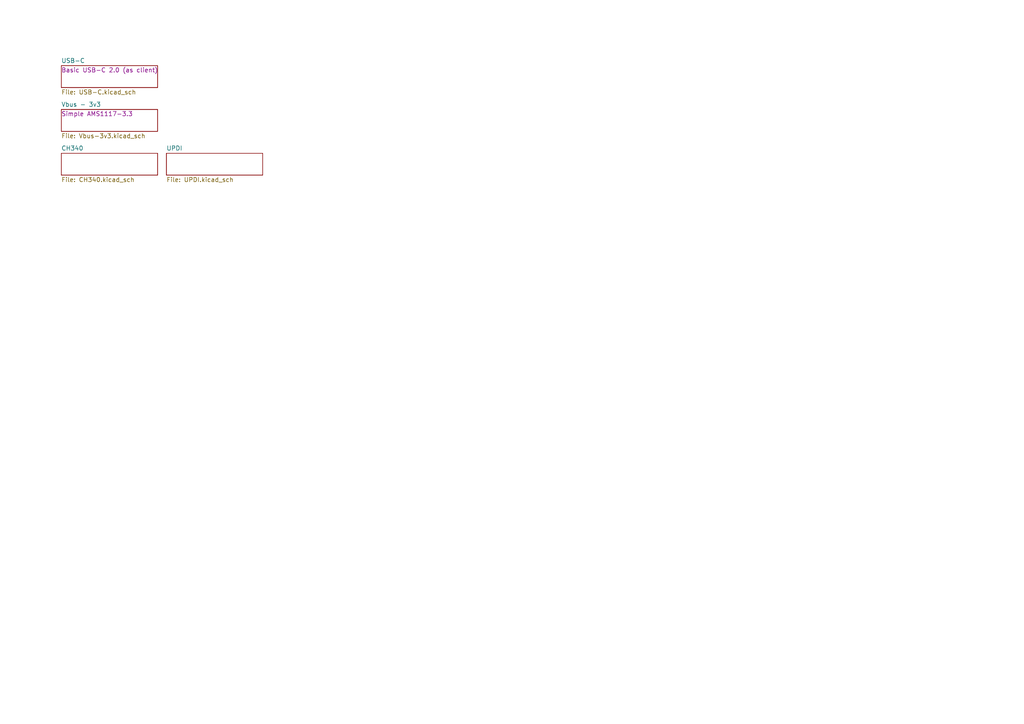
<source format=kicad_sch>
(kicad_sch (version 20211123) (generator eeschema)
  (paper "A4")
  (title_block (title "BMPS Tools") (date "2024-03-19") (rev "1.2.0") (company "S. A. Miller") (comment 1 "Module Flasher") (comment 2 "ATTiny Edition"))
  (lib_symbols)
  (sheet (at 17.78 19.05) (size 27.94 6.35) (stroke (width 0.1524))
    (property "Sheet name" "USB-C" (at 17.78 18.3384 0) (effects (justify left bottom)))
    (property "Sheet file" "USB-C.kicad_sch" (at 17.78 25.9846 0) (effects (justify left top)))
    (property "Field2" "Basic USB-C 2.0 (as client)" (at 17.78 20.32 0) (effects (justify left)))
  )
  (sheet (at 17.78 31.75) (size 27.94 6.35) (stroke (width 0.1524))
    (property "Sheet name" "Vbus - 3v3" (at 17.78 31.0384 0) (effects (justify left bottom)))
    (property "Sheet file" "Vbus-3v3.kicad_sch" (at 17.78 38.6846 0) (effects (justify left top)))
    (property "Field2" "Simple AMS1117-3.3" (at 17.78 33.02 0) (effects (justify left)))
  )
  (sheet (at 17.78 44.45) (size 27.94 6.35) (stroke (width 0.1524))
    (property "Sheet name" "CH340" (at 17.78 43.7384 0) (effects (justify left bottom)))
    (property "Sheet file" "CH340.kicad_sch" (at 17.78 51.3846 0) (effects (justify left top)))
  )
  (sheet (at 48.26 44.45) (size 27.94 6.35) (stroke (width 0.1524))
    (property "Sheet name" "UPDI" (at 48.26 43.7384 0) (effects (justify left bottom)))
    (property "Sheet file" "UPDI.kicad_sch" (at 48.26 51.3846 0) (effects (justify left top)))
  )
)
</source>
